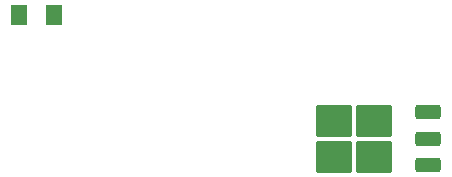
<source format=gbr>
%TF.GenerationSoftware,KiCad,Pcbnew,9.0.1*%
%TF.CreationDate,2025-05-12T13:24:02-07:00*%
%TF.ProjectId,pcb,7063622e-6b69-4636-9164-5f7063625858,rev?*%
%TF.SameCoordinates,Original*%
%TF.FileFunction,Paste,Top*%
%TF.FilePolarity,Positive*%
%FSLAX46Y46*%
G04 Gerber Fmt 4.6, Leading zero omitted, Abs format (unit mm)*
G04 Created by KiCad (PCBNEW 9.0.1) date 2025-05-12 13:24:02*
%MOMM*%
%LPD*%
G01*
G04 APERTURE LIST*
G04 Aperture macros list*
%AMRoundRect*
0 Rectangle with rounded corners*
0 $1 Rounding radius*
0 $2 $3 $4 $5 $6 $7 $8 $9 X,Y pos of 4 corners*
0 Add a 4 corners polygon primitive as box body*
4,1,4,$2,$3,$4,$5,$6,$7,$8,$9,$2,$3,0*
0 Add four circle primitives for the rounded corners*
1,1,$1+$1,$2,$3*
1,1,$1+$1,$4,$5*
1,1,$1+$1,$6,$7*
1,1,$1+$1,$8,$9*
0 Add four rect primitives between the rounded corners*
20,1,$1+$1,$2,$3,$4,$5,0*
20,1,$1+$1,$4,$5,$6,$7,0*
20,1,$1+$1,$6,$7,$8,$9,0*
20,1,$1+$1,$8,$9,$2,$3,0*%
G04 Aperture macros list end*
%ADD10RoundRect,0.250000X1.275000X1.125000X-1.275000X1.125000X-1.275000X-1.125000X1.275000X-1.125000X0*%
%ADD11RoundRect,0.250000X0.850000X0.350000X-0.850000X0.350000X-0.850000X-0.350000X0.850000X-0.350000X0*%
%ADD12RoundRect,0.250001X-0.462499X-0.624999X0.462499X-0.624999X0.462499X0.624999X-0.462499X0.624999X0*%
G04 APERTURE END LIST*
D10*
%TO.C,Regulator1*%
X141000000Y-140000000D03*
X141000000Y-136950000D03*
X137650000Y-140000000D03*
X137650000Y-136950000D03*
D11*
X145625000Y-140755000D03*
X145625000Y-138475000D03*
X145625000Y-136195000D03*
%TD*%
D12*
%TO.C,PTCFuse1*%
X111000000Y-128000000D03*
X113975000Y-128000000D03*
%TD*%
M02*

</source>
